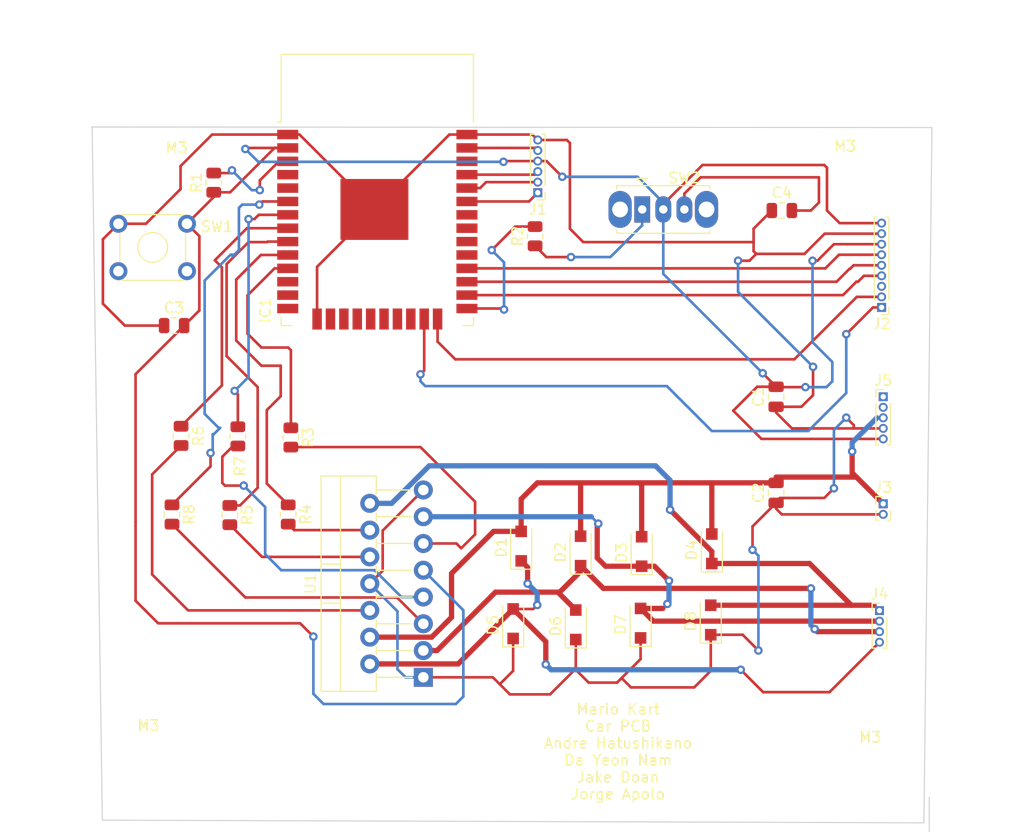
<source format=kicad_pcb>
(kicad_pcb (version 20211014) (generator pcbnew)
  (layers (0 "F.Cu" signal) (31 "B.Cu" signal) (34 "B.Paste" user) (35 "F.Paste" user) (36 "B.SilkS" user "B.Silkscreen") (37 "F.SilkS" user "F.Silkscreen") (38 "B.Mask" user) (39 "F.Mask" user) (44 "Edge.Cuts" user))
  (net 0 "")
  (net 1 "GND")
  (net 2 "+3V3")
  (net 3 "+9V")
  (net 4 "OUT1")
  (net 5 "OUT2")
  (net 6 "OUT3")
  (net 7 "OUT4")
  (net 8 "Net-(IC1-Pad3)")
  (net 11 "unconnected-(IC1-Pad6)")
  (net 12 "unconnected-(IC1-Pad7)")
  (net 13 "Net-(IC1-Pad8)")
  (net 14 "Net-(IC1-Pad9)")
  (net 15 "Net-(IC1-Pad10)")
  (net 16 "Net-(IC1-Pad11)")
  (net 17 "Net-(IC1-Pad12)")
  (net 18 "Net-(IC1-Pad13)")
  (net 27 "Net-(C4-Pad2)")
  (net 28 "Net-(IC1-Pad23)")
  (net 29 "Net-(IC1-Pad25)")
  (net 30 "Net-(IC1-Pad24)")
  (net 31 "Net-(IC1-Pad26)")
  (net 32 "Net-(IC1-Pad27)")
  (net 37 "Net-(IC1-Pad28)")
  (net 39 "Net-(IC1-Pad34)")
  (net 41 "Net-(IC1-Pad35)")
  (net 42 "unconnected-(IC1-Pad37)")
  (net 44 "PG")
  (net 45 "SHDN")
  (net 46 "Net-(R2-Pad1)")
  (net 47 "Net-(R3-Pad2)")
  (net 48 "Net-(R4-Pad2)")
  (net 49 "Net-(R5-Pad2)")
  (net 50 "Net-(R6-Pad2)")
  (net 51 "Net-(R7-Pad2)")
  (net 52 "Net-(R8-Pad2)")
  (net 53 "unconnected-(J1-Pad1)")
  (footprint "Button_Switch_THT:SW_Slide_1P2T_CK_OS102011MS2Q" (layer "F.Cu") (at 106.68 58.42)
    (fp_text reference "SW2")
    (fp_text value "SW_SPDT")
  )
  (footprint "Resistor_SMD:R_0805_2012Metric" (layer "F.Cu") (at 66.04 55.88 90)
    (fp_text reference "R1")
    (fp_text value "10k")
  )
  (footprint "Diode_SMD:D_SOD-123F" (layer "F.Cu") (at 113.284 90.6272 90)
    (fp_text reference "D4")
    (fp_text value "IN4148")
  )
  (footprint "Connector_PinHeader_1.00mm:PinHeader_1x04_P1.00mm_Vertical" (layer "F.Cu") (at 129.1844 96.4932)
    (fp_text reference "J4")
    (fp_text value "Conn_01x04_Male")
  )
  (footprint "Resistor_SMD:R_0805_2012Metric" (layer "F.Cu") (at 96.52 60.96 90)
    (fp_text reference "R2")
    (fp_text value "10k")
  )
  (footprint "Resistor_SMD:R_0805_2012Metric" (layer "F.Cu") (at 68.326 79.9592 -90)
    (fp_text reference "R7")
    (fp_text value "20")
  )
  (footprint "Diode_SMD:D_SOD-123F" (layer "F.Cu") (at 94.4372 97.7392 90)
    (fp_text reference "D5")
    (fp_text value "IN4148")
  )
  (footprint "Connector_PinHeader_1.00mm:PinHeader_1x06_P1.00mm_Vertical" (layer "F.Cu") (at 96.774 56.8292 180)
    (fp_text reference "J1")
    (fp_text value "Conn_01x06_Female")
  )
  (footprint "MountingHole:MountingHole_3.2mm_M3_DIN965" (layer "F.Cu") (at 58.3184 54.0004)
    (fp_text reference "M3")
    (fp_text value "MountingHole_3.2mm_M3_DIN965")
  )
  (footprint "Connector_PinHeader_1.00mm:PinHeader_1x09_P1.00mm_Vertical" (layer "F.Cu") (at 129.3876 67.7192 180)
    (fp_text reference "J2")
    (fp_text value "Conn_01x09_Female")
  )
  (footprint "Resistor_SMD:R_0805_2012Metric" (layer "F.Cu") (at 73.1012 87.3741 -90)
    (fp_text reference "R4")
    (fp_text value "20")
  )
  (footprint "Diode_SMD:D_SOD-123F" (layer "F.Cu") (at 106.6292 90.8812 90)
    (fp_text reference "D3")
    (fp_text value "IN4148")
  )
  (footprint "Capacitor_SMD:C_0805_2012Metric" (layer "F.Cu") (at 62.2808 69.4436)
    (fp_text reference "C3")
    (fp_text value "100uF")
  )
  (footprint "MountingHole:MountingHole_3.2mm_M3_DIN965" (layer "F.Cu") (at 130.3528 54.5084)
    (fp_text reference "M3")
    (fp_text value "MountingHole_3.2mm_M3_DIN965")
  )
  (footprint "Resistor_SMD:R_0805_2012Metric" (layer "F.Cu") (at 62.0776 87.3741 -90)
    (fp_text reference "R8")
    (fp_text value "20")
  )
  (footprint "MountingHole:MountingHole_3.2mm_M3_DIN965" (layer "F.Cu") (at 59.8424 111.2012)
    (fp_text reference "M3")
    (fp_text value "MountingHole_3.2mm_M3_DIN965")
  )
  (footprint "Connector_PinHeader_1.00mm:PinHeader_1x02_P1.00mm_Vertical" (layer "F.Cu") (at 129.54 86.36)
    (fp_text reference "J3")
    (fp_text value "Conn_01x02_Female")
  )
  (footprint "Resistor_SMD:R_0805_2012Metric" (layer "F.Cu") (at 73.3552 80.0608 -90)
    (fp_text reference "R3")
    (fp_text value "20")
  )
  (footprint "Resistor_SMD:R_0805_2012Metric" (layer "F.Cu") (at 67.564 87.4268 -90)
    (fp_text reference "R5")
    (fp_text value "20")
  )
  (footprint "MountingHole:MountingHole_3.2mm_M3_DIN965" (layer "F.Cu") (at 128.3208 112.3188)
    (fp_text reference "M3")
    (fp_text value "MountingHole_3.2mm_M3_DIN965")
  )
  (footprint "Package_TO_SOT_THT:TO-220-15_P2.54x2.54mm_StaggerOdd_Lead4.58mm_Vertical" (layer "F.Cu") (at 85.9198 102.8242 90)
    (fp_text reference "U1")
    (fp_text value "L298HN")
  )
  (footprint "Button_Switch_THT:SW_TH_Tactile_Omron_B3F-10xx" (layer "F.Cu") (at 56.9988 59.7768)
    (fp_text reference "SW1")
    (fp_text value "SW_Push")
  )
  (footprint "Diode_SMD:D_SOD-123F" (layer "F.Cu") (at 100.3808 97.8408 90)
    (fp_text reference "D6")
    (fp_text value "IN4148")
  )
  (footprint "Capacitor_SMD:C_0805_2012Metric" (layer "F.Cu") (at 119.38 85.32 90)
    (fp_text reference "C2")
    (fp_text value "100nF")
  )
  (footprint "Diode_SMD:D_SOD-123F" (layer "F.Cu") (at 100.838 90.8304 90)
    (fp_text reference "D2")
    (fp_text value "IN4148")
  )
  (footprint "Capacitor_SMD:C_0805_2012Metric" (layer "F.Cu") (at 119.38 76.2 90)
    (fp_text reference "C1")
    (fp_text value "100nF")
  )
  (footprint "Diode_SMD:D_SOD-123F" (layer "F.Cu") (at 95.1992 90.3732 90)
    (fp_text reference "D1")
    (fp_text value "IN4148")
  )
  (footprint "Connector_PinHeader_1.00mm:PinHeader_1x05_P1.00mm_Vertical" (layer "F.Cu") (at 129.54 76.2)
    (fp_text reference "J5")
    (fp_text value "Conn_01x05_Female")
  )
  (footprint "Resistor_SMD:R_0805_2012Metric" (layer "F.Cu") (at 62.9412 79.9084 -90)
    (fp_text reference "R6")
    (fp_text value "20")
  )
  (footprint "RF_Module:ESP32-SOLO-ONE" (layer "F.Cu") (at 81.5568 59.5668)
    (fp_text reference "IC1")
    (fp_text value "ESP32-SOLO-1")
  )
  (footprint "Diode_SMD:D_SOD-123F" (layer "F.Cu") (at 106.5276 97.6884 90)
    (fp_text reference "D7")
    (fp_text value "IN4148")
  )
  (footprint "Capacitor_SMD:C_0805_2012Metric" (layer "F.Cu") (at 119.9236 58.5216)
    (fp_text reference "C4")
    (fp_text value "100uF")
  )
  (footprint "Diode_SMD:D_SOD-123F" (layer "F.Cu") (at 113.1824 97.3836 90)
    (fp_text reference "D8")
    (fp_text value "IN4148")
  )
  (gr_line (start 54.4576 50.5968) (end 134.1628 50.6476) (layer "Edge.Cuts") (width 0.1))
  (gr_line (start 133.4008 116.6368) (end 55.4736 116.3828) (layer "Edge.Cuts") (width 0.1))
  (gr_line (start 54.5084 50.7492) (end 54.4576 50.5968) (layer "Edge.Cuts") (width 0.1))
  (gr_line (start 134.1628 50.6476) (end 133.4008 116.6368) (layer "Edge.Cuts") (width 0.1))
  (gr_line (start 55.4736 116.3828) (end 54.5084 50.7492) (layer "Edge.Cuts") (width 0.1))
  (gr_line (start 133.9088 114.1984) (end 133.9088 117.4496) (layer "Edge.Cuts") (width 0.1))
  (gr_text "Mario Kart\nCar PCB\nAndre Hatushikano\nDa Yeon Nam\nJake Doan\nJorge Apolo" (at 104.394 109.8804) (layer "F.SilkS") (effects (font (size 1 1))))
  (segment (start 99.5304 51.8292) (end 99.822 52.1208) (width 0.25) (layer "F.Cu") (net 1))
  (segment (start 111.6076 103.7844) (end 105.6132 103.7844) (width 0.25) (layer "F.Cu") (net 1))
  (segment (start 62.8904 54.3052) (end 65.8838 51.3118) (width 0.25) (layer "F.Cu") (net 1))
  (segment (start 97.9424 104.4448) (end 94.1324 104.4448) (width 0.25) (layer "F.Cu") (net 1))
  (segment (start 105.6132 103.7844) (end 104.7242 102.8954) (width 0.25) (layer "F.Cu") (net 1))
  (segment (start 75.8418 63.8582) (end 81.28 58.42) (width 0.25) (layer "F.Cu") (net 1))
  (segment (start 126.7488 78.8952) (end 126.7488 79.2) (width 0.25) (layer "F.Cu") (net 1))
  (segment (start 119.38 77.15) (end 121.7828 77.15) (width 0.25) (layer "F.Cu") (net 1))
  (segment (start 119.92 87.36) (end 129.54 87.36) (width 0.25) (layer "F.Cu") (net 1))
  (segment (start 62.8904 56.4896) (end 62.8904 54.3052) (width 0.25) (layer "F.Cu") (net 1))
  (segment (start 117.5004 62.6364) (end 117.2464 62.3824) (width 0.25) (layer "F.Cu") (net 1))
  (segment (start 129.3876 60.7192) (end 123.9896 60.7192) (width 0.25) (layer "F.Cu") (net 1))
  (segment (start 113.1824 102.2096) (end 111.6076 103.7844) (width 0.25) (layer "F.Cu") (net 1))
  (segment (start 123.9896 60.7192) (end 122.0724 62.6364) (width 0.25) (layer "F.Cu") (net 1))
  (segment (start 106.5276 99.0884) (end 106.5276 101.092) (width 0.25) (layer "F.Cu") (net 1))
  (segment (start 55.5244 67.3608) (end 55.5244 61.2512) (width 0.25) (layer "F.Cu") (net 1))
  (segment (start 113.1824 98.7836) (end 113.1824 102.2096) (width 0.25) (layer "F.Cu") (net 1))
  (segment (start 104.7242 102.8954) (end 104.2924 103.3272) (width 0.25) (layer "F.Cu") (net 1))
  (segment (start 99.822 60.2488) (end 101.092 61.5188) (width 0.25) (layer "F.Cu") (net 1))
  (segment (start 99.822 52.1208) (end 99.822 60.2488) (width 0.25) (layer "F.Cu") (net 1))
  (segment (start 90.0568 51.3118) (end 88.3882 51.3118) (width 0.25) (layer "F.Cu") (net 1))
  (segment (start 119.38 86.1568) (end 119.7356 85.8012) (width 0.25) (layer "F.Cu") (net 1))
  (segment (start 59.6032 59.7768) (end 62.8904 56.4896) (width 0.25) (layer "F.Cu") (net 1))
  (segment (start 85.9198 85.0442) (end 82.064311 88.899689) (width 0.25) (layer "F.Cu") (net 1))
  (segment (start 121.7828 77.15) (end 122.7836 76.1492) (width 0.25) (layer "F.Cu") (net 1))
  (segment (start 90.0568 51.3118) (end 96.2566 51.3118) (width 0.25) (layer "F.Cu") (net 1))
  (segment (start 94.4372 99.1392) (end 94.4372 102.2096) (width 0.25) (layer "F.Cu") (net 1))
  (segment (start 56.9988 59.7768) (end 59.6032 59.7768) (width 0.25) (layer "F.Cu") (net 1))
  (segment (start 57.6072 69.4436) (end 55.5244 67.3608) (width 0.25) (layer "F.Cu") (net 1))
  (segment (start 119.38 86.27) (end 119.38 86.1568) (width 0.25) (layer "F.Cu") (net 1))
  (segment (start 94.4372 102.2096) (end 93.1672 103.4796) (width 0.25) (layer "F.Cu") (net 1))
  (segment (start 117.2464 62.3824) (end 117.2464 61.5188) (width 0.25) (layer "F.Cu") (net 1))
  (segment (start 92.5118 102.8242) (end 85.9198 102.8242) (width 0.25) (layer "F.Cu") (net 1))
  (segment (start 101.6 103.3272) (end 100.4316 102.1588) (width 0.25) (layer "F.Cu") (net 1))
  (segment (start 122.0724 62.6364) (end 117.5004 62.6364) (width 0.25) (layer "F.Cu") (net 1))
  (segment (start 119.38 77.7) (end 120.88 79.2) (width 0.25) (layer "F.Cu") (net 1))
  (segment (start 116.8495 63.2873) (end 117.5004 62.6364) (width 0.25) (layer "F.Cu") (net 1))
  (segment (start 123.952 85.8012) (end 124.8664 84.8868) (width 0.25) (layer "F.Cu") (net 1))
  (segment (start 94.1324 104.4448) (end 93.1672 103.4796) (width 0.25) (layer "F.Cu") (net 1))
  (segment (start 100.3808 99.2408) (end 100.3808 102.0064) (width 0.25) (layer "F.Cu") (net 1))
  (segment (start 120.88 79.2) (end 126.7488 79.2) (width 0.25) (layer "F.Cu") (net 1))
  (segment (start 88.3882 51.3118) (end 81.28 58.42) (width 0.25) (layer "F.Cu") (net 1))
  (segment (start 119.38 86.27) (end 117.1448 88.5052) (width 0.25) (layer "F.Cu") (net 1))
  (segment (start 96.2566 51.3118) (end 96.774 51.8292) (width 0.25) (layer "F.Cu") (net 1))
  (segment (start 75.8418 68.8218) (end 75.8418 63.8582) (width 0.25) (layer "F.Cu") (net 1))
  (segment (start 96.774 51.8292) (end 99.5304 51.8292) (width 0.25) (layer "F.Cu") (net 1))
  (segment (start 123.5456 85.8012) (end 123.952 85.8012) (width 0.25) (layer "F.Cu") (net 1))
  (segment (start 74.1718 51.3118) (end 81.28 58.42) (width 0.25) (layer "F.Cu") (net 1))
  (segment (start 115.7732 63.2873) (end 116.8495 63.2873) (width 0.25) (layer "F.Cu") (net 1))
  (segment (start 126.7488 79.2) (end 129.54 79.2) (width 0.25) (layer "F.Cu") (net 1))
  (segment (start 122.7836 76.1492) (end 122.8852 76.0476) (width 0.25) (layer "F.Cu") (net 1))
  (segment (start 73.0568 51.3118) (end 74.1718 51.3118) (width 0.25) (layer "F.Cu") (net 1))
  (segment (start 126.0348 78.1812) (end 126.7488 78.8952) (width 0.25) (layer "F.Cu") (net 1))
  (segment (start 65.8838 51.3118) (end 73.0568 51.3118) (width 0.25) (layer "F.Cu") (net 1))
  (segment (start 119.7356 85.8012) (end 123.5456 85.8012) (width 0.25) (layer "F.Cu") (net 1))
  (segment (start 82.064311 88.899689) (end 82.064311 92.709689) (width 0.25) (layer "F.Cu") (net 1))
  (segment (start 117.2464 61.5188) (end 117.2464 60.2488) (width 0.25) (layer "F.Cu") (net 1))
  (segment (start 93.1672 103.4796) (end 92.5118 102.8242) (width 0.25) (layer "F.Cu") (net 1))
  (segment (start 55.5244 61.2512) (end 56.9988 59.7768) (width 0.25) (layer "F.Cu") (net 1))
  (segment (start 117.7036 100.2792) (end 116.208 98.7836) (width 0.25) (layer "F.Cu") (net 1))
  (segment (start 106.5276 101.092) (end 104.7242 102.8954) (width 0.25) (layer "F.Cu") (net 1))
  (segment (start 101.092 61.5188) (end 117.2464 61.5188) (width 0.25) (layer "F.Cu") (net 1))
  (segment (start 122.8852 76.0476) (end 122.8852 73.3552) (width 0.25) (layer "F.Cu") (net 1))
  (segment (start 104.2924 103.3272) (end 101.6 103.3272) (width 0.25) (layer "F.Cu") (net 1))
  (segment (start 117.1448 88.5052) (end 117.1448 90.7288) (width 0.25) (layer "F.Cu") (net 1))
  (segment (start 100.3808 102.0064) (end 97.9424 104.4448) (width 0.25) (layer "F.Cu") (net 1))
  (segment (start 82.064311 92.709689) (end 80.8398 93.9342) (width 0.25) (layer "F.Cu") (net 1))
  (segment (start 117.2464 60.2488) (end 118.9736 58.5216) (width 0.25) (layer "F.Cu") (net 1))
  (segment (start 116.208 98.7836) (end 113.1824 98.7836) (width 0.25) (layer "F.Cu") (net 1))
  (segment (start 61.3308 69.4436) (end 57.6072 69.4436) (width 0.25) (layer "F.Cu") (net 1))
  (segment (start 119.38 86.82) (end 119.92 87.36) (width 0.25) (layer "F.Cu") (net 1))
  (via (at 124.8664 84.8868) (size 0.8) (drill 0.4) (layers "F.Cu" "B.Cu") (net 1))
  (via (at 117.1448 90.7288) (size 0.8) (drill 0.4) (layers "F.Cu" "B.Cu") (net 1))
  (via (at 117.7036 100.2792) (size 0.8) (drill 0.4) (layers "F.Cu" "B.Cu") (net 1))
  (via (at 126.0348 78.1812) (size 0.8) (drill 0.4) (layers "F.Cu" "B.Cu") (net 1))
  (via (at 115.7732 63.2873) (size 0.8) (drill 0.4) (layers "F.Cu" "B.Cu") (net 1))
  (via (at 122.8852 73.3552) (size 0.8) (drill 0.4) (layers "F.Cu" "B.Cu") (net 1))
  (segment (start 84.2314 102.8242) (end 83.4644 102.0572) (width 0.25) (layer "B.Cu") (net 1))
  (segment (start 115.7732 66.2432) (end 115.7732 63.2873) (width 0.25) (layer "B.Cu") (net 1))
  (segment (start 83.4644 96.5588) (end 80.8398 93.9342) (width 0.25) (layer "B.Cu") (net 1))
  (segment (start 117.1448 90.7288) (end 117.7036 91.2876) (width 0.25) (layer "B.Cu") (net 1))
  (segment (start 117.7036 91.2876) (end 117.7036 100.2792) (width 0.25) (layer "B.Cu") (net 1))
  (segment (start 85.9198 102.8242) (end 84.2314 102.8242) (width 0.25) (layer "B.Cu") (net 1))
  (segment (start 124.8664 79.3496) (end 126.0348 78.1812) (width 0.25) (layer "B.Cu") (net 1))
  (segment (start 122.8852 73.3552) (end 115.7732 66.2432) (width 0.25) (layer "B.Cu") (net 1))
  (segment (start 124.8664 84.8868) (end 124.8664 79.3496) (width 0.25) (layer "B.Cu") (net 1))
  (segment (start 83.4644 102.0572) (end 83.4644 96.5588) (width 0.25) (layer "B.Cu") (net 1))
  (segment (start 58.6232 88.0872) (end 58.6232 95.5548) (width 0.25) (layer "F.Cu") (net 2))
  (segment (start 96.774 53.8292) (end 93.5924 53.8292) (width 0.25) (layer "F.Cu") (net 2))
  (segment (start 129.3876 61.7192) (end 124.8692 61.7192) (width 0.25) (layer "F.Cu") (net 2))
  (segment (start 67.5961 56.7925) (end 66.04 56.7925) (width 0.25) (layer "F.Cu") (net 2))
  (segment (start 63.2308 69.4436) (end 64.673311 68.001089) (width 0.25) (layer "F.Cu") (net 2))
  (segment (start 69.135 52.5818) (end 73.0568 52.5818) (width 0.25) (layer "F.Cu") (net 2))
  (segment (start 125.4036 59.7192) (end 124.206 58.5216) (width 0.25) (layer "F.Cu") (net 2))
  (segment (start 59.6138 96.5454) (end 60.767111 97.698711) (width 0.25) (layer "F.Cu") (net 2))
  (segment (start 129.54 80.2) (end 117.9952 80.2) (width 0.25) (layer "F.Cu") (net 2))
  (segment (start 74.229111 97.698711) (end 75.4888 98.9584) (width 0.25) (layer "F.Cu") (net 2))
  (segment (start 117.5868 75.25) (end 119.38 75.25) (width 0.25) (layer "F.Cu") (net 2))
  (segment (start 60.767111 97.698711) (end 74.229111 97.698711) (width 0.25) (layer "F.Cu") (net 2))
  (segment (start 123.952 54.2036) (end 112.3964 54.2036) (width 0.25) (layer "F.Cu") (net 2))
  (segment (start 97.6055 53.8292) (end 99.0975 55.3212) (width 0.25) (layer "F.Cu") (net 2))
  (segment (start 108.68 57.92) (end 108.68 58.42) (width 0.25) (layer "F.Cu") (net 2))
  (segment (start 119.4156 75.2856) (end 119.38 75.25) (width 0.25) (layer "F.Cu") (net 2))
  (segment (start 63.4988 59.7768) (end 66.04 57.2356) (width 0.25) (layer "F.Cu") (net 2))
  (segment (start 69.0372 52.6796) (end 69.135 52.5818) (width 0.25) (layer "F.Cu") (net 2))
  (segment (start 119.38 75.2348) (end 118.11 73.9648) (width 0.25) (layer "F.Cu") (net 2))
  (segment (start 58.6232 95.5548) (end 59.6138 96.5454) (width 0.25) (layer "F.Cu") (net 2))
  (segment (start 58.6232 74.0512) (end 58.6232 88.0872) (width 0.25) (layer "F.Cu") (net 2))
  (segment (start 64.673311 68.001089) (end 64.673311 60.951311) (width 0.25) (layer "F.Cu") (net 2))
  (segment (start 93.5924 53.8292) (end 93.5228 53.8988) (width 0.25) (layer "F.Cu") (net 2))
  (segment (start 71.8068 52.5818) (end 67.5961 56.7925) (width 0.25) (layer "F.Cu") (net 2))
  (segment (start 124.46 62.1284) (end 123.3011 63.2873) (width 0.25) (layer "F.Cu") (net 2))
  (segment (start 119.38 75.25) (end 119.38 75.2348) (width 0.25) (layer "F.Cu") (net 2))
  (segment (start 112.3964 54.2036) (end 108.68 57.92) (width 0.25) (layer "F.Cu") (net 2))
  (segment (start 66.04 57.2356) (end 66.04 56.7925) (width 0.25) (layer "F.Cu") (net 2))
  (segment (start 115.316 77.5208) (end 117.5868 75.25) (width 0.25) (layer "F.Cu") (net 2))
  (segment (start 123.3011 63.2873) (end 122.8344 63.2873) (width 0.25) (layer "F.Cu") (net 2))
  (segment (start 96.774 53.8292) (end 97.6055 53.8292) (width 0.25) (layer "F.Cu") (net 2))
  (segment (start 129.3876 59.7192) (end 125.4036 59.7192) (width 0.25) (layer "F.Cu") (net 2))
  (segment (start 124.206 54.4576) (end 123.952 54.2036) (width 0.25) (layer "F.Cu") (net 2))
  (segment (start 117.9952 80.2) (end 115.316 77.5208) (width 0.25) (layer "F.Cu") (net 2))
  (segment (start 73.0568 52.5818) (end 71.8068 52.5818) (width 0.25) (layer "F.Cu") (net 2))
  (segment (start 63.2308 69.4436) (end 58.6232 74.0512) (width 0.25) (layer "F.Cu") (net 2))
  (segment (start 124.206 58.5216) (end 124.206 54.4576) (width 0.25) (layer "F.Cu") (net 2))
  (segment (start 122.1607 75.2856) (end 119.4156 75.2856) (width 0.25) (layer "F.Cu") (net 2))
  (segment (start 124.8692 61.7192) (end 124.46 62.1284) (width 0.25) (layer "F.Cu") (net 2))
  (segment (start 64.673311 60.951311) (end 63.4988 59.7768) (width 0.25) (layer "F.Cu") (net 2))
  (via (at 99.0975 55.3212) (size 0.8) (drill 0.4) (layers "F.Cu" "B.Cu") (net 2))
  (via (at 122.1607 75.2856) (size 0.8) (drill 0.4) (layers "F.Cu" "B.Cu") (net 2))
  (via (at 93.5228 53.8988) (size 0.8) (drill 0.4) (layers "F.Cu" "B.Cu") (net 2))
  (via (at 75.4888 98.9584) (size 0.8) (drill 0.4) (layers "F.Cu" "B.Cu") (net 2))
  (via (at 118.11 73.9648) (size 0.8) (drill 0.4) (layers "F.Cu" "B.Cu") (net 2))
  (via (at 69.0372 52.6796) (size 0.8) (drill 0.4) (layers "F.Cu" "B.Cu") (net 2))
  (via (at 122.8344 63.2873) (size 0.8) (drill 0.4) (layers "F.Cu" "B.Cu") (net 2))
  (segment (start 93.5228 53.8988) (end 70.2564 53.8988) (width 0.25) (layer "B.Cu") (net 2))
  (segment (start 75.4888 104.394) (end 76.454 105.3592) (width 0.25) (layer "B.Cu") (net 2))
  (segment (start 118.11 73.9648) (end 108.68 64.5348) (width 0.25) (layer "B.Cu") (net 2))
  (segment (start 70.2564 53.8988) (end 69.0372 52.6796) (width 0.25) (layer "B.Cu") (net 2))
  (segment (start 108.68 64.5348) (end 108.68 58.42) (width 0.25) (layer "B.Cu") (net 2))
  (segment (start 122.8344 71.0184) (end 124.714 72.898) (width 0.25) (layer "B.Cu") (net 2))
  (segment (start 124.714 74.7268) (end 124.3584 75.0824) (width 0.25) (layer "B.Cu") (net 2))
  (segment (start 89.7128 104.648) (end 89.7128 96.4572) (width 0.25) (layer "B.Cu") (net 2))
  (segment (start 108.68 57.770978) (end 108.68 58.42) (width 0.25) (layer "B.Cu") (net 2))
  (segment (start 75.4888 98.9584) (end 75.4888 104.394) (width 0.25) (layer "B.Cu") (net 2))
  (segment (start 99.0975 55.3212) (end 106.230222 55.3212) (width 0.25) (layer "B.Cu") (net 2))
  (segment (start 124.1552 75.2856) (end 122.1607 75.2856) (width 0.25) (layer "B.Cu") (net 2))
  (segment (start 76.454 105.3592) (end 89.0016 105.3592) (width 0.25) (layer "B.Cu") (net 2))
  (segment (start 124.714 72.898) (end 124.714 74.7268) (width 0.25) (layer "B.Cu") (net 2))
  (segment (start 89.0016 105.3592) (end 89.7128 104.648) (width 0.25) (layer "B.Cu") (net 2))
  (segment (start 106.230222 55.3212) (end 108.68 57.770978) (width 0.25) (layer "B.Cu") (net 2))
  (segment (start 122.8344 63.2873) (end 122.8344 71.0184) (width 0.25) (layer "B.Cu") (net 2))
  (segment (start 124.3584 75.0824) (end 124.1552 75.2856) (width 0.25) (layer "B.Cu") (net 2))
  (segment (start 89.7128 96.4572) (end 85.9198 92.6642) (width 0.25) (layer "B.Cu") (net 2))
  (segment (start 88.5952 92.964) (end 88.5952 97.1296) (width 0.5) (layer "F.Cu") (net 3))
  (segment (start 100.838 89.4304) (end 100.838 84.412) (width 0.5) (layer "F.Cu") (net 3))
  (segment (start 100.88 84.37) (end 106.4172 84.37) (width 0.5) (layer "F.Cu") (net 3))
  (segment (start 100.838 84.412) (end 100.88 84.37) (width 0.25) (layer "F.Cu") (net 3))
  (segment (start 106.6292 89.4812) (end 106.6292 84.582) (width 0.5) (layer "F.Cu") (net 3))
  (segment (start 86.7106 99.0142) (end 80.8398 99.0142) (width 0.5) (layer "F.Cu") (net 3))
  (segment (start 127 83.82) (end 126.5936 83.4136) (width 0.5) (layer "F.Cu") (net 3))
  (segment (start 96.732 84.37) (end 100.88 84.37) (width 0.5) (layer "F.Cu") (net 3))
  (segment (start 113.284 89.2272) (end 113.284 84.5312) (width 0.5) (layer "F.Cu") (net 3))
  (segment (start 92.586 88.9732) (end 88.5952 92.964) (width 0.5) (layer "F.Cu") (net 3))
  (segment (start 95.1992 88.9732) (end 95.1992 85.9028) (width 0.5) (layer "F.Cu") (net 3))
  (segment (start 95.1992 88.9732) (end 92.586 88.9732) (width 0.5) (layer "F.Cu") (net 3))
  (segment (start 88.5952 97.1296) (end 86.7106 99.0142) (width 0.5) (layer "F.Cu") (net 3))
  (segment (start 113.1228 84.37) (end 119.38 84.37) (width 0.5) (layer "F.Cu") (net 3))
  (segment (start 95.1992 85.9028) (end 96.732 84.37) (width 0.5) (layer "F.Cu") (net 3))
  (segment (start 127 83.82) (end 129.54 86.36) (width 0.5) (layer "F.Cu") (net 3))
  (segment (start 119.38 83.82) (end 127 83.82) (width 0.5) (layer "F.Cu") (net 3))
  (segment (start 106.4172 84.37) (end 113.1228 84.37) (width 0.5) (layer "F.Cu") (net 3))
  (segment (start 113.284 84.5312) (end 113.1228 84.37) (width 0.25) (layer "F.Cu") (net 3))
  (segment (start 126.5936 83.4136) (end 126.5936 81.3816) (width 0.5) (layer "F.Cu") (net 3))
  (segment (start 106.6292 84.582) (end 106.4172 84.37) (width 0.5) (layer "F.Cu") (net 3))
  (via (at 126.5936 81.3816) (size 0.8) (drill 0.4) (layers "F.Cu" "B.Cu") (net 3))
  (segment (start 128.93896 78.2) (end 129.54 78.2) (width 0.25) (layer "B.Cu") (net 3))
  (segment (start 126.5936 80.54536) (end 128.93896 78.2) (width 0.5) (layer "B.Cu") (net 3))
  (segment (start 126.5936 81.3816) (end 126.5936 80.54536) (width 0.5) (layer "B.Cu") (net 3))
  (segment (start 89.2222 101.5542) (end 80.8398 101.5542) (width 0.5) (layer "F.Cu") (net 4))
  (segment (start 129.1844 99.4932) (end 124.44368 104.23392) (width 0.25) (layer "F.Cu") (net 4))
  (segment (start 95.8088 93.9292) (end 95.8088 92.3828) (width 0.5) (layer "F.Cu") (net 4))
  (segment (start 97.536 99.438) (end 94.4372 96.3392) (width 0.5) (layer "F.Cu") (net 4))
  (segment (start 118.15312 104.23392) (end 116.0272 102.108) (width 0.25) (layer "F.Cu") (net 4))
  (segment (start 94.4372 96.3392) (end 89.2222 101.5542) (width 0.5) (layer "F.Cu") (net 4))
  (segment (start 96.3452 96.3392) (end 96.7232 95.9612) (width 0.25) (layer "F.Cu") (net 4))
  (segment (start 94.4372 96.3392) (end 96.3452 96.3392) (width 0.25) (layer "F.Cu") (net 4))
  (segment (start 95.8088 92.3828) (end 95.1992 91.7732) (width 0.5) (layer "F.Cu") (net 4))
  (segment (start 97.536 101.6) (end 97.536 99.438) (width 0.5) (layer "F.Cu") (net 4))
  (segment (start 124.44368 104.23392) (end 118.15312 104.23392) (width 0.25) (layer "F.Cu") (net 4))
  (via (at 95.8088 93.9292) (size 0.8) (drill 0.4) (layers "F.Cu" "B.Cu") (net 4))
  (via (at 96.7232 95.9612) (size 0.8) (drill 0.4) (layers "F.Cu" "B.Cu") (net 4))
  (via (at 97.536 101.6) (size 0.8) (drill 0.4) (layers "F.Cu" "B.Cu") (net 4))
  (via (at 116.0272 102.108) (size 0.8) (drill 0.4) (layers "F.Cu" "B.Cu") (net 4))
  (segment (start 116.0272 102.108) (end 98.044 102.108) (width 0.5) (layer "B.Cu") (net 4))
  (segment (start 98.044 102.108) (end 97.536 101.6) (width 0.5) (layer "B.Cu") (net 4))
  (segment (start 96.7232 95.9612) (end 96.7232 94.8436) (width 0.5) (layer "B.Cu") (net 4))
  (segment (start 96.7232 94.8436) (end 95.8088 93.9292) (width 0.5) (layer "B.Cu") (net 4))
  (segment (start 102.994 94.3864) (end 100.838 92.2304) (width 0.5) (layer "F.Cu") (net 5))
  (segment (start 87.2186 100.2842) (end 92.7608 94.742) (width 0.5) (layer "F.Cu") (net 5))
  (segment (start 92.7608 94.742) (end 98.682 94.742) (width 0.5) (layer "F.Cu") (net 5))
  (segment (start 98.682 94.742) (end 98.7694 94.8294) (width 0.25) (layer "F.Cu") (net 5))
  (segment (start 129.1844 98.4932) (end 123.2836 98.4932) (width 0.5) (layer "F.Cu") (net 5))
  (segment (start 98.7694 94.8294) (end 100.3808 96.4408) (width 0.5) (layer "F.Cu") (net 5))
  (segment (start 122.682 94.3864) (end 102.994 94.3864) (width 0.5) (layer "F.Cu") (net 5))
  (segment (start 123.2836 98.4932) (end 123.0376 98.2472) (width 0.25) (layer "F.Cu") (net 5))
  (segment (start 100.838 92.2304) (end 100.838 92.7608) (width 0.25) (layer "F.Cu") (net 5))
  (segment (start 85.9198 100.2842) (end 87.2186 100.2842) (width 0.5) (layer "F.Cu") (net 5))
  (segment (start 100.838 92.7608) (end 98.7694 94.8294) (width 0.5) (layer "F.Cu") (net 5))
  (via (at 123.0376 98.2472) (size 0.8) (drill 0.4) (layers "F.Cu" "B.Cu") (net 5))
  (via (at 122.682 94.3864) (size 0.8) (drill 0.4) (layers "F.Cu" "B.Cu") (net 5))
  (segment (start 123.0376 98.2472) (end 122.682 97.8916) (width 0.25) (layer "B.Cu") (net 5))
  (segment (start 122.682 97.8916) (end 122.682 94.3864) (width 0.5) (layer "B.Cu") (net 5))
  (segment (start 102.4128 88.3412) (end 102.5144 88.2396) (width 0.25) (layer "F.Cu") (net 6))
  (segment (start 106.6292 92.2812) (end 107.8393 92.2812) (width 0.5) (layer "F.Cu") (net 6))
  (segment (start 107.7324 97.4932) (end 106.5276 96.2884) (width 0.5) (layer "F.Cu") (net 6))
  (segment (start 102.4128 91.4908) (end 102.4128 88.3412) (width 0.5) (layer "F.Cu") (net 6))
  (segment (start 108.6388 96.2884) (end 106.5276 96.2884) (width 0.5) (layer "F.Cu") (net 6))
  (segment (start 106.6292 92.2812) (end 103.2032 92.2812) (width 0.5) (layer "F.Cu") (net 6))
  (segment (start 109.0676 95.8596) (end 108.6388 96.2884) (width 0.25) (layer "F.Cu") (net 6))
  (segment (start 103.2032 92.2812) (end 102.4128 91.4908) (width 0.5) (layer "F.Cu") (net 6))
  (segment (start 129.1844 97.4932) (end 107.7324 97.4932) (width 0.5) (layer "F.Cu") (net 6))
  (segment (start 107.8393 92.2812) (end 109.22 93.6619) (width 0.5) (layer "F.Cu") (net 6))
  (via (at 102.5144 88.2396) (size 0.8) (drill 0.4) (layers "F.Cu" "B.Cu") (net 6))
  (via (at 109.22 93.6619) (size 0.8) (drill 0.4) (layers "F.Cu" "B.Cu") (net 6))
  (via (at 109.0676 95.8596) (size 0.8) (drill 0.4) (layers "F.Cu" "B.Cu") (net 6))
  (segment (start 102.5144 88.2396) (end 101.859 87.5842) (width 0.25) (layer "B.Cu") (net 6))
  (segment (start 101.859 87.5842) (end 85.9198 87.5842) (width 0.5) (layer "B.Cu") (net 6))
  (segment (start 109.22 93.6619) (end 109.22 95.7072) (width 0.5) (layer "B.Cu") (net 6))
  (segment (start 109.22 95.7072) (end 109.0676 95.8596) (width 0.25) (layer "B.Cu") (net 6))
  (segment (start 126.5144 95.9836) (end 128.6748 95.9836) (width 0.5) (layer "F.Cu") (net 7))
  (segment (start 122.558 92.0272) (end 126.5144 95.9836) (width 0.5) (layer "F.Cu") (net 7))
  (segment (start 113.284 90.8812) (end 109.3216 86.9188) (width 0.5) (layer "F.Cu") (net 7))
  (segment (start 113.284 92.0272) (end 122.558 92.0272) (width 0.5) (layer "F.Cu") (net 7))
  (segment (start 113.1824 95.9836) (end 126.5144 95.9836) (width 0.5) (layer "F.Cu") (net 7))
  (segment (start 113.284 92.0272) (end 113.284 90.8812) (width 0.5) (layer "F.Cu") (net 7))
  (segment (start 128.6748 95.9836) (end 129.1844 96.4932) (width 0.25) (layer "F.Cu") (net 7))
  (via (at 109.3216 86.9188) (size 0.8) (drill 0.4) (layers "F.Cu" "B.Cu") (net 7))
  (segment (start 109.3216 84.1248) (end 107.95 82.7532) (width 0.5) (layer "B.Cu") (net 7))
  (segment (start 109.3216 86.9188) (end 109.3216 84.1248) (width 0.5) (layer "B.Cu") (net 7))
  (segment (start 107.95 82.7532) (end 86.479079 82.7532) (width 0.5) (layer "B.Cu") (net 7))
  (segment (start 86.479079 82.7532) (end 82.918079 86.3142) (width 0.5) (layer "B.Cu") (net 7))
  (segment (start 82.918079 86.3142) (end 80.8398 86.3142) (width 0.5) (layer "B.Cu") (net 7))
  (segment (start 72.227778 53.8518) (end 73.0568 53.8518) (width 0.25) (layer "F.Cu") (net 8))
  (segment (start 70.4088 56.5912) (end 70.4088 55.670778) (width 0.25) (layer "F.Cu") (net 8))
  (segment (start 66.04 54.9675) (end 67.5113 54.9675) (width 0.25) (layer "F.Cu") (net 8))
  (segment (start 67.5113 54.9675) (end 67.7672 54.7116) (width 0.25) (layer "F.Cu") (net 8))
  (segment (start 70.4088 55.670778) (end 72.227778 53.8518) (width 0.25) (layer "F.Cu") (net 8))
  (via (at 70.4088 56.5912) (size 0.8) (drill 0.4) (layers "F.Cu" "B.Cu") (net 8))
  (via (at 67.7672 54.7116) (size 0.8) (drill 0.4) (layers "F.Cu" "B.Cu") (net 8))
  (segment (start 69.6468 56.5912) (end 70.4088 56.5912) (width 0.25) (layer "B.Cu") (net 8))
  (segment (start 67.7672 54.7116) (end 69.6468 56.5912) (width 0.25) (layer "B.Cu") (net 8))
  (segment (start 70.659 57.6618) (end 73.0568 57.6618) (width 0.25) (layer "F.Cu") (net 11))
  (segment (start 62.0776 86.4616) (end 65.7352 82.804) (width 0.25) (layer "F.Cu") (net 11))
  (segment (start 70.358 57.9628) (end 70.659 57.6618) (width 0.25) (layer "F.Cu") (net 11))
  (segment (start 65.7352 82.804) (end 65.7352 81.534) (width 0.25) (layer "F.Cu") (net 11))
  (via (at 70.358 57.9628) (size 0.8) (drill 0.4) (layers "F.Cu" "B.Cu") (net 11))
  (via (at 65.7352 81.534) (size 0.8) (drill 0.4) (layers "F.Cu" "B.Cu") (net 11))
  (segment (start 67.9958 62.7126) (end 67.6402 62.7126) (width 0.25) (layer "B.Cu") (net 11))
  (segment (start 66.6496 79.1464) (end 66.04 79.756) (width 0.25) (layer "B.Cu") (net 11))
  (segment (start 65.1764 77.8256) (end 66.4972 79.1464) (width 0.25) (layer "B.Cu") (net 11))
  (segment (start 66.04 79.756) (end 65.9384 79.756) (width 0.25) (layer "B.Cu") (net 11))
  (segment (start 65.9384 79.756) (end 65.9384 81.3308) (width 0.25) (layer "B.Cu") (net 11))
  (segment (start 68.4276 61.8744) (end 68.4276 62.2808) (width 0.25) (layer "B.Cu") (net 11))
  (segment (start 68.7324 57.9628) (end 70.358 57.9628) (width 0.25) (layer "B.Cu") (net 11))
  (segment (start 66.4972 79.1464) (end 66.6496 79.1464) (width 0.25) (layer "B.Cu") (net 11))
  (segment (start 65.9384 81.3308) (end 65.7352 81.534) (width 0.25) (layer "B.Cu") (net 11))
  (segment (start 67.6402 62.7126) (end 65.1764 65.1764) (width 0.25) (layer "B.Cu") (net 11))
  (segment (start 67.818 62.8904) (end 67.9958 62.7126) (width 0.25) (layer "B.Cu") (net 11))
  (segment (start 65.1764 65.1764) (end 65.1764 77.8256) (width 0.25) (layer "B.Cu") (net 11))
  (segment (start 68.4276 58.2676) (end 68.7324 57.9628) (width 0.25) (layer "B.Cu") (net 11))
  (segment (start 67.9958 62.7126) (end 68.4276 62.2808) (width 0.25) (layer "B.Cu") (net 11))
  (segment (start 68.4276 61.8744) (end 68.4276 58.2676) (width 0.25) (layer "B.Cu") (net 11))
  (segment (start 70.3034 58.9318) (end 70.1548 59.0804) (width 0.25) (layer "F.Cu") (net 12))
  (segment (start 70.1548 59.0804) (end 69.9008 59.3344) (width 0.25) (layer "F.Cu") (net 12))
  (segment (start 73.0568 58.9318) (end 70.3034 58.9318) (width 0.25) (layer "F.Cu") (net 12))
  (segment (start 68.0212 75.6412) (end 68.326 75.946) (width 0.25) (layer "F.Cu") (net 12))
  (segment (start 68.326 75.946) (end 68.326 79.0467) (width 0.25) (layer "F.Cu") (net 12))
  (segment (start 69.9008 59.3344) (end 69.342 59.3344) (width 0.25) (layer "F.Cu") (net 12))
  (via (at 69.342 59.3344) (size 0.8) (drill 0.4) (layers "F.Cu" "B.Cu") (net 12))
  (via (at 68.0212 75.6412) (size 0.8) (drill 0.4) (layers "F.Cu" "B.Cu") (net 12))
  (segment (start 69.342 59.3344) (end 69.342 74.3204) (width 0.25) (layer "B.Cu") (net 12))
  (segment (start 69.342 74.3204) (end 68.0212 75.6412) (width 0.25) (layer "B.Cu") (net 12))
  (segment (start 73.0568 60.2018) (end 69.1858 60.2018) (width 0.25) (layer "F.Cu") (net 13))
  (segment (start 66.1416 63.246) (end 66.80968 63.91408) (width 0.25) (layer "F.Cu") (net 13))
  (segment (start 66.80968 75.12742) (end 62.9412 78.9959) (width 0.25) (layer "F.Cu") (net 13))
  (segment (start 69.1858 60.2018) (end 66.1416 63.246) (width 0.25) (layer "F.Cu") (net 13))
  (segment (start 66.80968 63.91408) (end 66.80968 75.12742) (width 0.25) (layer "F.Cu") (net 13))
  (segment (start 69.342 61.5188) (end 67.2592 63.6016) (width 0.25) (layer "F.Cu") (net 14))
  (segment (start 70.2056 84.836) (end 68.5273 86.5143) (width 0.25) (layer "F.Cu") (net 14))
  (segment (start 67.2592 63.6016) (end 67.2592 72.3392) (width 0.25) (layer "F.Cu") (net 14))
  (segment (start 67.2592 72.3392) (end 70.2056 75.2856) (width 0.25) (layer "F.Cu") (net 14))
  (segment (start 73.0568 61.4718) (end 71.140882 61.4718) (width 0.25) (layer "F.Cu") (net 14))
  (segment (start 71.140882 61.4718) (end 71.093882 61.5188) (width 0.25) (layer "F.Cu") (net 14))
  (segment (start 68.5273 86.5143) (end 67.564 86.5143) (width 0.25) (layer "F.Cu") (net 14))
  (segment (start 71.093882 61.5188) (end 69.342 61.5188) (width 0.25) (layer "F.Cu") (net 14))
  (segment (start 70.2056 75.2856) (end 70.2056 84.836) (width 0.25) (layer "F.Cu") (net 14))
  (segment (start 72.39 76.1492) (end 71.0692 77.47) (width 0.25) (layer "F.Cu") (net 15))
  (segment (start 70.5066 62.7418) (end 68.1736 65.0748) (width 0.25) (layer "F.Cu") (net 15))
  (segment (start 68.1736 65.0748) (end 68.1736 70.866) (width 0.25) (layer "F.Cu") (net 15))
  (segment (start 72.39 73.2536) (end 72.39 76.1492) (width 0.25) (layer "F.Cu") (net 15))
  (segment (start 68.1736 70.866) (end 70.5612 73.2536) (width 0.25) (layer "F.Cu") (net 15))
  (segment (start 73.0568 62.7418) (end 70.5066 62.7418) (width 0.25) (layer "F.Cu") (net 15))
  (segment (start 70.5612 73.2536) (end 72.39 73.2536) (width 0.25) (layer "F.Cu") (net 15))
  (segment (start 71.0692 84.4296) (end 73.1012 86.4616) (width 0.25) (layer "F.Cu") (net 15))
  (segment (start 71.0692 77.47) (end 71.0692 84.4296) (width 0.25) (layer "F.Cu") (net 15))
  (segment (start 73.1012 71.5264) (end 73.3552 71.7804) (width 0.25) (layer "F.Cu") (net 16))
  (segment (start 69.2404 66.5782) (end 69.2404 70.2056) (width 0.25) (layer "F.Cu") (net 16))
  (segment (start 73.0568 64.0118) (end 71.8068 64.0118) (width 0.25) (layer "F.Cu") (net 16))
  (segment (start 71.8068 64.0118) (end 69.2404 66.5782) (width 0.25) (layer "F.Cu") (net 16))
  (segment (start 69.2404 70.2056) (end 70.5612 71.5264) (width 0.25) (layer "F.Cu") (net 16))
  (segment (start 70.5612 71.5264) (end 73.1012 71.5264) (width 0.25) (layer "F.Cu") (net 16))
  (segment (start 73.3552 71.7804) (end 73.3552 79.1483) (width 0.25) (layer "F.Cu") (net 16))
  (segment (start 123.444 57.7596) (end 123.444 55.372) (width 0.25) (layer "F.Cu") (net 27))
  (segment (start 122.682 58.5216) (end 123.444 57.7596) (width 0.25) (layer "F.Cu") (net 27))
  (segment (start 110.68 56.92) (end 110.68 58.42) (width 0.25) (layer "F.Cu") (net 27))
  (segment (start 112.228 55.372) (end 110.68 56.92) (width 0.25) (layer "F.Cu") (net 27))
  (segment (start 123.444 55.372) (end 112.228 55.372) (width 0.25) (layer "F.Cu") (net 27))
  (segment (start 120.8736 58.5216) (end 122.682 58.5216) (width 0.25) (layer "F.Cu") (net 27))
  (segment (start 85.6488 74.0664) (end 86.0018 73.7134) (width 0.25) (layer "F.Cu") (net 28))
  (segment (start 128.572 67.7192) (end 126.0348 70.2564) (width 0.25) (layer "F.Cu") (net 28))
  (segment (start 86.0018 73.7134) (end 86.0018 68.8218) (width 0.25) (layer "F.Cu") (net 28))
  (segment (start 129.3876 67.7192) (end 128.572 67.7192) (width 0.25) (layer "F.Cu") (net 28))
  (via (at 126.0348 70.2564) (size 0.8) (drill 0.4) (layers "F.Cu" "B.Cu") (net 28))
  (via (at 85.6488 74.0664) (size 0.8) (drill 0.4) (layers "F.Cu" "B.Cu") (net 28))
  (segment (start 86.106 75.184) (end 109.0168 75.184) (width 0.25) (layer "B.Cu") (net 28))
  (segment (start 85.6488 74.7268) (end 86.106 75.184) (width 0.25) (layer "B.Cu") (net 28))
  (segment (start 109.0168 75.184) (end 113.284 79.4512) (width 0.25) (layer "B.Cu") (net 28))
  (segment (start 113.284 79.4512) (end 122.428 79.4512) (width 0.25) (layer "B.Cu") (net 28))
  (segment (start 122.428 79.4512) (end 126.0348 75.8444) (width 0.25) (layer "B.Cu") (net 28))
  (segment (start 85.6488 74.0664) (end 85.6488 74.7268) (width 0.25) (layer "B.Cu") (net 28))
  (segment (start 126.0348 75.8444) (end 126.0348 70.2564) (width 0.25) (layer "B.Cu") (net 28))
  (segment (start 94.6385 60.0475) (end 92.4052 62.2808) (width 0.25) (layer "F.Cu") (net 29))
  (segment (start 93.4758 67.8218) (end 90.0568 67.8218) (width 0.25) (layer "F.Cu") (net 29))
  (segment (start 96.52 60.0475) (end 94.6385 60.0475) (width 0.25) (layer "F.Cu") (net 29))
  (segment (start 93.5736 67.9196) (end 93.4758 67.8218) (width 0.25) (layer "F.Cu") (net 29))
  (via (at 92.4052 62.2808) (size 0.8) (drill 0.4) (layers "F.Cu" "B.Cu") (net 29))
  (via (at 93.5736 67.9196) (size 0.8) (drill 0.4) (layers "F.Cu" "B.Cu") (net 29))
  (segment (start 92.4052 62.2808) (end 93.5736 63.4492) (width 0.25) (layer "B.Cu") (net 29))
  (segment (start 93.5736 63.4492) (end 93.5736 67.9196) (width 0.25) (layer "B.Cu") (net 29))
  (segment (start 121.1072 72.644) (end 127.032 66.7192) (width 0.25) (layer "F.Cu") (net 30))
  (segment (start 88.9508 72.644) (end 121.1072 72.644) (width 0.25) (layer "F.Cu") (net 30))
  (segment (start 87.2718 70.965) (end 88.9508 72.644) (width 0.25) (layer "F.Cu") (net 30))
  (segment (start 87.2718 68.8218) (end 87.2718 70.965) (width 0.25) (layer "F.Cu") (net 30))
  (segment (start 127.032 66.7192) (end 129.3876 66.7192) (width 0.25) (layer "F.Cu") (net 30))
  (segment (start 127 65.278) (end 127.1524 65.278) (width 0.25) (layer "F.Cu") (net 31))
  (segment (start 127.7112 64.7192) (end 129.3876 64.7192) (width 0.25) (layer "F.Cu") (net 31))
  (segment (start 90.0568 66.5518) (end 125.7262 66.5518) (width 0.25) (layer "F.Cu") (net 31))
  (segment (start 125.7262 66.5518) (end 127 65.278) (width 0.25) (layer "F.Cu") (net 31))
  (segment (start 127.1524 65.278) (end 127.7112 64.7192) (width 0.25) (layer "F.Cu") (net 31))
  (segment (start 126.3904 64.0588) (end 126.73 63.7192) (width 0.25) (layer "F.Cu") (net 32))
  (segment (start 126.73 63.7192) (end 129.3876 63.7192) (width 0.25) (layer "F.Cu") (net 32))
  (segment (start 125.1166 65.2818) (end 126.3396 64.0588) (width 0.25) (layer "F.Cu") (net 32))
  (segment (start 126.3396 64.0588) (end 126.3904 64.0588) (width 0.25) (layer "F.Cu") (net 32))
  (segment (start 90.0568 65.2818) (end 125.1166 65.2818) (width 0.25) (layer "F.Cu") (net 32))
  (segment (start 124.0498 64.0118) (end 125.3424 62.7192) (width 0.25) (layer "F.Cu") (net 37))
  (segment (start 125.3424 62.7192) (end 129.3876 62.7192) (width 0.25) (layer "F.Cu") (net 37))
  (segment (start 90.0568 64.0118) (end 124.0498 64.0118) (width 0.25) (layer "F.Cu") (net 37))
  (segment (start 91.3068 56.3918) (end 91.8694 55.8292) (width 0.25) (layer "F.Cu") (net 39))
  (segment (start 90.0568 56.3918) (end 91.3068 56.3918) (width 0.25) (layer "F.Cu") (net 39))
  (segment (start 91.8694 55.8292) (end 96.774 55.8292) (width 0.25) (layer "F.Cu") (net 39))
  (segment (start 96.4814 55.1218) (end 96.774 54.8292) (width 0.25) (layer "F.Cu") (net 41))
  (segment (start 90.0568 55.1218) (end 96.4814 55.1218) (width 0.25) (layer "F.Cu") (net 41))
  (segment (start 90.0568 52.5818) (end 96.5266 52.5818) (width 0.25) (layer "F.Cu") (net 42))
  (segment (start 96.5266 52.5818) (end 96.774 52.8292) (width 0.25) (layer "F.Cu") (net 42))
  (segment (start 99.9236 62.9412) (end 97.5887 62.9412) (width 0.25) (layer "F.Cu") (net 46))
  (segment (start 97.5887 62.9412) (end 96.52 61.8725) (width 0.25) (layer "F.Cu") (net 46))
  (via (at 99.9236 62.9412) (size 0.8) (drill 0.4) (layers "F.Cu" "B.Cu") (net 46))
  (segment (start 106.68 58.42) (end 106.68 59.92) (width 0.25) (layer "B.Cu") (net 46))
  (segment (start 106.68 59.92) (end 103.6588 62.9412) (width 0.25) (layer "B.Cu") (net 46))
  (segment (start 103.6588 62.9412) (end 99.9236 62.9412) (width 0.25) (layer "B.Cu") (net 46))
  (segment (start 90.8304 86.1568) (end 90.8304 89.2556) (width 0.25) (layer "F.Cu") (net 47))
  (segment (start 85.6469 80.9733) (end 90.8304 86.1568) (width 0.25) (layer "F.Cu") (net 47))
  (segment (start 73.3552 80.9733) (end 85.6469 80.9733) (width 0.25) (layer "F.Cu") (net 47))
  (segment (start 89.5096 90.5764) (end 89.0574 90.1242) (width 0.25) (layer "F.Cu") (net 47))
  (segment (start 89.0574 90.1242) (end 85.9198 90.1242) (width 0.25) (layer "F.Cu") (net 47))
  (segment (start 90.8304 89.2556) (end 89.5096 90.5764) (width 0.25) (layer "F.Cu") (net 47))
  (segment (start 73.1012 88.2866) (end 73.6688 88.8542) (width 0.25) (layer "F.Cu") (net 48))
  (segment (start 73.6688 88.8542) (end 80.8398 88.8542) (width 0.25) (layer "F.Cu") (net 48))
  (segment (start 67.564 88.3393) (end 70.6189 91.3942) (width 0.25) (layer "F.Cu") (net 49))
  (segment (start 70.6189 91.3942) (end 80.8398 91.3942) (width 0.25) (layer "F.Cu") (net 49))
  (segment (start 62.9412 80.8209) (end 60.198 83.5641) (width 0.25) (layer "F.Cu") (net 50))
  (segment (start 60.198 93.0656) (end 63.6066 96.4742) (width 0.25) (layer "F.Cu") (net 50))
  (segment (start 60.198 83.5641) (end 60.198 93.0656) (width 0.25) (layer "F.Cu") (net 50))
  (segment (start 63.6066 96.4742) (end 80.8398 96.4742) (width 0.25) (layer "F.Cu") (net 50))
  (segment (start 66.8528 84.3788) (end 67.1068 84.6328) (width 0.25) (layer "F.Cu") (net 51))
  (segment (start 67.8707 80.8717) (end 66.9544 81.788) (width 0.25) (layer "F.Cu") (net 51))
  (segment (start 67.1068 84.6328) (end 68.8848 84.6328) (width 0.25) (layer "F.Cu") (net 51))
  (segment (start 66.9544 81.788) (end 66.8528 81.8896) (width 0.25) (layer "F.Cu") (net 51))
  (segment (start 66.8528 81.8896) (end 66.8528 84.3788) (width 0.25) (layer "F.Cu") (net 51))
  (segment (start 68.326 80.8717) (end 67.8707 80.8717) (width 0.25) (layer "F.Cu") (net 51))
  (via (at 68.8848 84.6328) (size 0.8) (drill 0.4) (layers "F.Cu" "B.Cu") (net 51))
  (segment (start 83.841521 95.2042) (end 85.9198 95.2042) (width 0.25) (layer "B.Cu") (net 51))
  (segment (start 70.9168 91.1352) (end 72.4408 92.6592) (width 0.25) (layer "B.Cu") (net 51))
  (segment (start 70.9168 86.6648) (end 70.9168 91.1352) (width 0.25) (layer "B.Cu") (net 51))
  (segment (start 81.296521 92.6592) (end 83.841521 95.2042) (width 0.25) (layer "B.Cu") (net 51))
  (segment (start 68.8848 84.6328) (end 70.9168 86.6648) (width 0.25) (layer "B.Cu") (net 51))
  (segment (start 72.4408 92.6592) (end 81.296521 92.6592) (width 0.25) (layer "B.Cu") (net 51))
  (segment (start 62.0776 88.2866) (end 69.040689 95.249689) (width 0.25) (layer "F.Cu") (net 52))
  (segment (start 69.040689 95.249689) (end 83.425289 95.249689) (width 0.25) (layer "F.Cu") (net 52))
  (segment (start 83.425289 95.249689) (end 85.9198 97.7442) (width 0.25) (layer "F.Cu") (net 52))
  (segment (start 95.9414 57.6618) (end 96.774 56.8292) (width 0.25) (layer "F.Cu") (net 53))
  (segment (start 90.0568 57.6618) (end 95.9414 57.6618) (width 0.25) (layer "F.Cu") (net 53))
)
</source>
